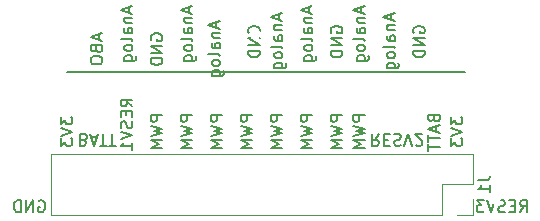
<source format=gbr>
%TF.GenerationSoftware,KiCad,Pcbnew,(6.0.5)*%
%TF.CreationDate,2024-03-24T23:16:05+02:00*%
%TF.ProjectId,SensingSubsystem,53656e73-696e-4675-9375-627379737465,rev?*%
%TF.SameCoordinates,Original*%
%TF.FileFunction,Legend,Bot*%
%TF.FilePolarity,Positive*%
%FSLAX46Y46*%
G04 Gerber Fmt 4.6, Leading zero omitted, Abs format (unit mm)*
G04 Created by KiCad (PCBNEW (6.0.5)) date 2024-03-24 23:16:05*
%MOMM*%
%LPD*%
G01*
G04 APERTURE LIST*
G04 Aperture macros list*
%AMRotRect*
0 Rectangle, with rotation*
0 The origin of the aperture is its center*
0 $1 length*
0 $2 width*
0 $3 Rotation angle, in degrees counterclockwise*
0 Add horizontal line*
21,1,$1,$2,0,0,$3*%
G04 Aperture macros list end*
%ADD10C,0.150000*%
%ADD11C,0.120000*%
%ADD12C,1.000000*%
%ADD13R,1.800000X1.800000*%
%ADD14C,1.800000*%
%ADD15R,1.050000X1.500000*%
%ADD16O,1.050000X1.500000*%
%ADD17RotRect,1.800000X1.800000X135.000000*%
%ADD18RotRect,1.800000X1.800000X225.000000*%
%ADD19R,1.700000X1.700000*%
%ADD20O,1.700000X1.700000*%
G04 APERTURE END LIST*
D10*
X162647380Y-128301904D02*
X162647380Y-128920952D01*
X163028333Y-128587619D01*
X163028333Y-128730476D01*
X163075952Y-128825714D01*
X163123571Y-128873333D01*
X163218809Y-128920952D01*
X163456904Y-128920952D01*
X163552142Y-128873333D01*
X163599761Y-128825714D01*
X163647380Y-128730476D01*
X163647380Y-128444761D01*
X163599761Y-128349523D01*
X163552142Y-128301904D01*
X162647380Y-129206666D02*
X163647380Y-129540000D01*
X162647380Y-129873333D01*
X162647380Y-130111428D02*
X162647380Y-130730476D01*
X163028333Y-130397142D01*
X163028333Y-130540000D01*
X163075952Y-130635238D01*
X163123571Y-130682857D01*
X163218809Y-130730476D01*
X163456904Y-130730476D01*
X163552142Y-130682857D01*
X163599761Y-130635238D01*
X163647380Y-130540000D01*
X163647380Y-130254285D01*
X163599761Y-130159047D01*
X163552142Y-130111428D01*
X129627380Y-128301904D02*
X129627380Y-128920952D01*
X130008333Y-128587619D01*
X130008333Y-128730476D01*
X130055952Y-128825714D01*
X130103571Y-128873333D01*
X130198809Y-128920952D01*
X130436904Y-128920952D01*
X130532142Y-128873333D01*
X130579761Y-128825714D01*
X130627380Y-128730476D01*
X130627380Y-128444761D01*
X130579761Y-128349523D01*
X130532142Y-128301904D01*
X129627380Y-129206666D02*
X130627380Y-129540000D01*
X129627380Y-129873333D01*
X129627380Y-130111428D02*
X129627380Y-130730476D01*
X130008333Y-130397142D01*
X130008333Y-130540000D01*
X130055952Y-130635238D01*
X130103571Y-130682857D01*
X130198809Y-130730476D01*
X130436904Y-130730476D01*
X130532142Y-130682857D01*
X130579761Y-130635238D01*
X130627380Y-130540000D01*
X130627380Y-130254285D01*
X130579761Y-130159047D01*
X130532142Y-130111428D01*
X138247380Y-128135238D02*
X137247380Y-128135238D01*
X137247380Y-128516190D01*
X137295000Y-128611428D01*
X137342619Y-128659047D01*
X137437857Y-128706666D01*
X137580714Y-128706666D01*
X137675952Y-128659047D01*
X137723571Y-128611428D01*
X137771190Y-128516190D01*
X137771190Y-128135238D01*
X137247380Y-129040000D02*
X138247380Y-129278095D01*
X137533095Y-129468571D01*
X138247380Y-129659047D01*
X137247380Y-129897142D01*
X138247380Y-130278095D02*
X137247380Y-130278095D01*
X137961666Y-130611428D01*
X137247380Y-130944761D01*
X138247380Y-130944761D01*
X145867380Y-128135238D02*
X144867380Y-128135238D01*
X144867380Y-128516190D01*
X144915000Y-128611428D01*
X144962619Y-128659047D01*
X145057857Y-128706666D01*
X145200714Y-128706666D01*
X145295952Y-128659047D01*
X145343571Y-128611428D01*
X145391190Y-128516190D01*
X145391190Y-128135238D01*
X144867380Y-129040000D02*
X145867380Y-129278095D01*
X145153095Y-129468571D01*
X145867380Y-129659047D01*
X144867380Y-129897142D01*
X145867380Y-130278095D02*
X144867380Y-130278095D01*
X145581666Y-130611428D01*
X144867380Y-130944761D01*
X145867380Y-130944761D01*
X153487380Y-128135238D02*
X152487380Y-128135238D01*
X152487380Y-128516190D01*
X152535000Y-128611428D01*
X152582619Y-128659047D01*
X152677857Y-128706666D01*
X152820714Y-128706666D01*
X152915952Y-128659047D01*
X152963571Y-128611428D01*
X153011190Y-128516190D01*
X153011190Y-128135238D01*
X152487380Y-129040000D02*
X153487380Y-129278095D01*
X152773095Y-129468571D01*
X153487380Y-129659047D01*
X152487380Y-129897142D01*
X153487380Y-130278095D02*
X152487380Y-130278095D01*
X153201666Y-130611428D01*
X152487380Y-130944761D01*
X153487380Y-130944761D01*
X155392380Y-128135238D02*
X154392380Y-128135238D01*
X154392380Y-128516190D01*
X154440000Y-128611428D01*
X154487619Y-128659047D01*
X154582857Y-128706666D01*
X154725714Y-128706666D01*
X154820952Y-128659047D01*
X154868571Y-128611428D01*
X154916190Y-128516190D01*
X154916190Y-128135238D01*
X154392380Y-129040000D02*
X155392380Y-129278095D01*
X154678095Y-129468571D01*
X155392380Y-129659047D01*
X154392380Y-129897142D01*
X155392380Y-130278095D02*
X154392380Y-130278095D01*
X155106666Y-130611428D01*
X154392380Y-130944761D01*
X155392380Y-130944761D01*
X150947380Y-128135238D02*
X149947380Y-128135238D01*
X149947380Y-128516190D01*
X149995000Y-128611428D01*
X150042619Y-128659047D01*
X150137857Y-128706666D01*
X150280714Y-128706666D01*
X150375952Y-128659047D01*
X150423571Y-128611428D01*
X150471190Y-128516190D01*
X150471190Y-128135238D01*
X149947380Y-129040000D02*
X150947380Y-129278095D01*
X150233095Y-129468571D01*
X150947380Y-129659047D01*
X149947380Y-129897142D01*
X150947380Y-130278095D02*
X149947380Y-130278095D01*
X150661666Y-130611428D01*
X149947380Y-130944761D01*
X150947380Y-130944761D01*
X148407380Y-128135238D02*
X147407380Y-128135238D01*
X147407380Y-128516190D01*
X147455000Y-128611428D01*
X147502619Y-128659047D01*
X147597857Y-128706666D01*
X147740714Y-128706666D01*
X147835952Y-128659047D01*
X147883571Y-128611428D01*
X147931190Y-128516190D01*
X147931190Y-128135238D01*
X147407380Y-129040000D02*
X148407380Y-129278095D01*
X147693095Y-129468571D01*
X148407380Y-129659047D01*
X147407380Y-129897142D01*
X148407380Y-130278095D02*
X147407380Y-130278095D01*
X148121666Y-130611428D01*
X147407380Y-130944761D01*
X148407380Y-130944761D01*
X143327380Y-128135238D02*
X142327380Y-128135238D01*
X142327380Y-128516190D01*
X142375000Y-128611428D01*
X142422619Y-128659047D01*
X142517857Y-128706666D01*
X142660714Y-128706666D01*
X142755952Y-128659047D01*
X142803571Y-128611428D01*
X142851190Y-128516190D01*
X142851190Y-128135238D01*
X142327380Y-129040000D02*
X143327380Y-129278095D01*
X142613095Y-129468571D01*
X143327380Y-129659047D01*
X142327380Y-129897142D01*
X143327380Y-130278095D02*
X142327380Y-130278095D01*
X143041666Y-130611428D01*
X142327380Y-130944761D01*
X143327380Y-130944761D01*
X140787380Y-128135238D02*
X139787380Y-128135238D01*
X139787380Y-128516190D01*
X139835000Y-128611428D01*
X139882619Y-128659047D01*
X139977857Y-128706666D01*
X140120714Y-128706666D01*
X140215952Y-128659047D01*
X140263571Y-128611428D01*
X140311190Y-128516190D01*
X140311190Y-128135238D01*
X139787380Y-129040000D02*
X140787380Y-129278095D01*
X140073095Y-129468571D01*
X140787380Y-129659047D01*
X139787380Y-129897142D01*
X140787380Y-130278095D02*
X139787380Y-130278095D01*
X140501666Y-130611428D01*
X139787380Y-130944761D01*
X140787380Y-130944761D01*
X135421666Y-118975476D02*
X135421666Y-119451666D01*
X135707380Y-118880238D02*
X134707380Y-119213571D01*
X135707380Y-119546904D01*
X135040714Y-119880238D02*
X135707380Y-119880238D01*
X135135952Y-119880238D02*
X135088333Y-119927857D01*
X135040714Y-120023095D01*
X135040714Y-120165952D01*
X135088333Y-120261190D01*
X135183571Y-120308809D01*
X135707380Y-120308809D01*
X135707380Y-121213571D02*
X135183571Y-121213571D01*
X135088333Y-121165952D01*
X135040714Y-121070714D01*
X135040714Y-120880238D01*
X135088333Y-120785000D01*
X135659761Y-121213571D02*
X135707380Y-121118333D01*
X135707380Y-120880238D01*
X135659761Y-120785000D01*
X135564523Y-120737380D01*
X135469285Y-120737380D01*
X135374047Y-120785000D01*
X135326428Y-120880238D01*
X135326428Y-121118333D01*
X135278809Y-121213571D01*
X135707380Y-121832619D02*
X135659761Y-121737380D01*
X135564523Y-121689761D01*
X134707380Y-121689761D01*
X135707380Y-122356428D02*
X135659761Y-122261190D01*
X135612142Y-122213571D01*
X135516904Y-122165952D01*
X135231190Y-122165952D01*
X135135952Y-122213571D01*
X135088333Y-122261190D01*
X135040714Y-122356428D01*
X135040714Y-122499285D01*
X135088333Y-122594523D01*
X135135952Y-122642142D01*
X135231190Y-122689761D01*
X135516904Y-122689761D01*
X135612142Y-122642142D01*
X135659761Y-122594523D01*
X135707380Y-122499285D01*
X135707380Y-122356428D01*
X135040714Y-123546904D02*
X135850238Y-123546904D01*
X135945476Y-123499285D01*
X135993095Y-123451666D01*
X136040714Y-123356428D01*
X136040714Y-123213571D01*
X135993095Y-123118333D01*
X135659761Y-123546904D02*
X135707380Y-123451666D01*
X135707380Y-123261190D01*
X135659761Y-123165952D01*
X135612142Y-123118333D01*
X135516904Y-123070714D01*
X135231190Y-123070714D01*
X135135952Y-123118333D01*
X135088333Y-123165952D01*
X135040714Y-123261190D01*
X135040714Y-123451666D01*
X135088333Y-123546904D01*
X140501666Y-118975476D02*
X140501666Y-119451666D01*
X140787380Y-118880238D02*
X139787380Y-119213571D01*
X140787380Y-119546904D01*
X140120714Y-119880238D02*
X140787380Y-119880238D01*
X140215952Y-119880238D02*
X140168333Y-119927857D01*
X140120714Y-120023095D01*
X140120714Y-120165952D01*
X140168333Y-120261190D01*
X140263571Y-120308809D01*
X140787380Y-120308809D01*
X140787380Y-121213571D02*
X140263571Y-121213571D01*
X140168333Y-121165952D01*
X140120714Y-121070714D01*
X140120714Y-120880238D01*
X140168333Y-120785000D01*
X140739761Y-121213571D02*
X140787380Y-121118333D01*
X140787380Y-120880238D01*
X140739761Y-120785000D01*
X140644523Y-120737380D01*
X140549285Y-120737380D01*
X140454047Y-120785000D01*
X140406428Y-120880238D01*
X140406428Y-121118333D01*
X140358809Y-121213571D01*
X140787380Y-121832619D02*
X140739761Y-121737380D01*
X140644523Y-121689761D01*
X139787380Y-121689761D01*
X140787380Y-122356428D02*
X140739761Y-122261190D01*
X140692142Y-122213571D01*
X140596904Y-122165952D01*
X140311190Y-122165952D01*
X140215952Y-122213571D01*
X140168333Y-122261190D01*
X140120714Y-122356428D01*
X140120714Y-122499285D01*
X140168333Y-122594523D01*
X140215952Y-122642142D01*
X140311190Y-122689761D01*
X140596904Y-122689761D01*
X140692142Y-122642142D01*
X140739761Y-122594523D01*
X140787380Y-122499285D01*
X140787380Y-122356428D01*
X140120714Y-123546904D02*
X140930238Y-123546904D01*
X141025476Y-123499285D01*
X141073095Y-123451666D01*
X141120714Y-123356428D01*
X141120714Y-123213571D01*
X141073095Y-123118333D01*
X140739761Y-123546904D02*
X140787380Y-123451666D01*
X140787380Y-123261190D01*
X140739761Y-123165952D01*
X140692142Y-123118333D01*
X140596904Y-123070714D01*
X140311190Y-123070714D01*
X140215952Y-123118333D01*
X140168333Y-123165952D01*
X140120714Y-123261190D01*
X140120714Y-123451666D01*
X140168333Y-123546904D01*
X137295000Y-121793095D02*
X137247380Y-121697857D01*
X137247380Y-121555000D01*
X137295000Y-121412142D01*
X137390238Y-121316904D01*
X137485476Y-121269285D01*
X137675952Y-121221666D01*
X137818809Y-121221666D01*
X138009285Y-121269285D01*
X138104523Y-121316904D01*
X138199761Y-121412142D01*
X138247380Y-121555000D01*
X138247380Y-121650238D01*
X138199761Y-121793095D01*
X138152142Y-121840714D01*
X137818809Y-121840714D01*
X137818809Y-121650238D01*
X138247380Y-122269285D02*
X137247380Y-122269285D01*
X138247380Y-122840714D01*
X137247380Y-122840714D01*
X138247380Y-123316904D02*
X137247380Y-123316904D01*
X137247380Y-123555000D01*
X137295000Y-123697857D01*
X137390238Y-123793095D01*
X137485476Y-123840714D01*
X137675952Y-123888333D01*
X137818809Y-123888333D01*
X138009285Y-123840714D01*
X138104523Y-123793095D01*
X138199761Y-123697857D01*
X138247380Y-123555000D01*
X138247380Y-123316904D01*
X145550000Y-121158095D02*
X145502380Y-121062857D01*
X145502380Y-120920000D01*
X145550000Y-120777142D01*
X145645238Y-120681904D01*
X145740476Y-120634285D01*
X145930952Y-120586666D01*
X146073809Y-120586666D01*
X146264285Y-120634285D01*
X146359523Y-120681904D01*
X146454761Y-120777142D01*
X146502380Y-120920000D01*
X146502380Y-121015238D01*
X146454761Y-121158095D01*
X146407142Y-121205714D01*
X146073809Y-121205714D01*
X146073809Y-121015238D01*
X146502380Y-121634285D02*
X145502380Y-121634285D01*
X146502380Y-122205714D01*
X145502380Y-122205714D01*
X146502380Y-122681904D02*
X145502380Y-122681904D01*
X145502380Y-122920000D01*
X145550000Y-123062857D01*
X145645238Y-123158095D01*
X145740476Y-123205714D01*
X145930952Y-123253333D01*
X146073809Y-123253333D01*
X146264285Y-123205714D01*
X146359523Y-123158095D01*
X146454761Y-123062857D01*
X146502380Y-122920000D01*
X146502380Y-122681904D01*
X152535000Y-121158095D02*
X152487380Y-121062857D01*
X152487380Y-120920000D01*
X152535000Y-120777142D01*
X152630238Y-120681904D01*
X152725476Y-120634285D01*
X152915952Y-120586666D01*
X153058809Y-120586666D01*
X153249285Y-120634285D01*
X153344523Y-120681904D01*
X153439761Y-120777142D01*
X153487380Y-120920000D01*
X153487380Y-121015238D01*
X153439761Y-121158095D01*
X153392142Y-121205714D01*
X153058809Y-121205714D01*
X153058809Y-121015238D01*
X153487380Y-121634285D02*
X152487380Y-121634285D01*
X153487380Y-122205714D01*
X152487380Y-122205714D01*
X153487380Y-122681904D02*
X152487380Y-122681904D01*
X152487380Y-122920000D01*
X152535000Y-123062857D01*
X152630238Y-123158095D01*
X152725476Y-123205714D01*
X152915952Y-123253333D01*
X153058809Y-123253333D01*
X153249285Y-123205714D01*
X153344523Y-123158095D01*
X153439761Y-123062857D01*
X153487380Y-122920000D01*
X153487380Y-122681904D01*
X159520000Y-121158095D02*
X159472380Y-121062857D01*
X159472380Y-120920000D01*
X159520000Y-120777142D01*
X159615238Y-120681904D01*
X159710476Y-120634285D01*
X159900952Y-120586666D01*
X160043809Y-120586666D01*
X160234285Y-120634285D01*
X160329523Y-120681904D01*
X160424761Y-120777142D01*
X160472380Y-120920000D01*
X160472380Y-121015238D01*
X160424761Y-121158095D01*
X160377142Y-121205714D01*
X160043809Y-121205714D01*
X160043809Y-121015238D01*
X160472380Y-121634285D02*
X159472380Y-121634285D01*
X160472380Y-122205714D01*
X159472380Y-122205714D01*
X160472380Y-122681904D02*
X159472380Y-122681904D01*
X159472380Y-122920000D01*
X159520000Y-123062857D01*
X159615238Y-123158095D01*
X159710476Y-123205714D01*
X159900952Y-123253333D01*
X160043809Y-123253333D01*
X160234285Y-123205714D01*
X160329523Y-123158095D01*
X160424761Y-123062857D01*
X160472380Y-122920000D01*
X160472380Y-122681904D01*
X157646666Y-119610476D02*
X157646666Y-120086666D01*
X157932380Y-119515238D02*
X156932380Y-119848571D01*
X157932380Y-120181904D01*
X157265714Y-120515238D02*
X157932380Y-120515238D01*
X157360952Y-120515238D02*
X157313333Y-120562857D01*
X157265714Y-120658095D01*
X157265714Y-120800952D01*
X157313333Y-120896190D01*
X157408571Y-120943809D01*
X157932380Y-120943809D01*
X157932380Y-121848571D02*
X157408571Y-121848571D01*
X157313333Y-121800952D01*
X157265714Y-121705714D01*
X157265714Y-121515238D01*
X157313333Y-121420000D01*
X157884761Y-121848571D02*
X157932380Y-121753333D01*
X157932380Y-121515238D01*
X157884761Y-121420000D01*
X157789523Y-121372380D01*
X157694285Y-121372380D01*
X157599047Y-121420000D01*
X157551428Y-121515238D01*
X157551428Y-121753333D01*
X157503809Y-121848571D01*
X157932380Y-122467619D02*
X157884761Y-122372380D01*
X157789523Y-122324761D01*
X156932380Y-122324761D01*
X157932380Y-122991428D02*
X157884761Y-122896190D01*
X157837142Y-122848571D01*
X157741904Y-122800952D01*
X157456190Y-122800952D01*
X157360952Y-122848571D01*
X157313333Y-122896190D01*
X157265714Y-122991428D01*
X157265714Y-123134285D01*
X157313333Y-123229523D01*
X157360952Y-123277142D01*
X157456190Y-123324761D01*
X157741904Y-123324761D01*
X157837142Y-123277142D01*
X157884761Y-123229523D01*
X157932380Y-123134285D01*
X157932380Y-122991428D01*
X157265714Y-124181904D02*
X158075238Y-124181904D01*
X158170476Y-124134285D01*
X158218095Y-124086666D01*
X158265714Y-123991428D01*
X158265714Y-123848571D01*
X158218095Y-123753333D01*
X157884761Y-124181904D02*
X157932380Y-124086666D01*
X157932380Y-123896190D01*
X157884761Y-123800952D01*
X157837142Y-123753333D01*
X157741904Y-123705714D01*
X157456190Y-123705714D01*
X157360952Y-123753333D01*
X157313333Y-123800952D01*
X157265714Y-123896190D01*
X157265714Y-124086666D01*
X157313333Y-124181904D01*
X132881666Y-121293095D02*
X132881666Y-121769285D01*
X133167380Y-121197857D02*
X132167380Y-121531190D01*
X133167380Y-121864523D01*
X132643571Y-122531190D02*
X132691190Y-122674047D01*
X132738809Y-122721666D01*
X132834047Y-122769285D01*
X132976904Y-122769285D01*
X133072142Y-122721666D01*
X133119761Y-122674047D01*
X133167380Y-122578809D01*
X133167380Y-122197857D01*
X132167380Y-122197857D01*
X132167380Y-122531190D01*
X132215000Y-122626428D01*
X132262619Y-122674047D01*
X132357857Y-122721666D01*
X132453095Y-122721666D01*
X132548333Y-122674047D01*
X132595952Y-122626428D01*
X132643571Y-122531190D01*
X132643571Y-122197857D01*
X132167380Y-123388333D02*
X132167380Y-123578809D01*
X132215000Y-123674047D01*
X132310238Y-123769285D01*
X132500714Y-123816904D01*
X132834047Y-123816904D01*
X133024523Y-123769285D01*
X133119761Y-123674047D01*
X133167380Y-123578809D01*
X133167380Y-123388333D01*
X133119761Y-123293095D01*
X133024523Y-123197857D01*
X132834047Y-123150238D01*
X132500714Y-123150238D01*
X132310238Y-123197857D01*
X132215000Y-123293095D01*
X132167380Y-123388333D01*
X130175000Y-124460000D02*
X163830000Y-124460000D01*
X156591190Y-129722619D02*
X156257857Y-130198809D01*
X156019761Y-129722619D02*
X156019761Y-130722619D01*
X156400714Y-130722619D01*
X156495952Y-130675000D01*
X156543571Y-130627380D01*
X156591190Y-130532142D01*
X156591190Y-130389285D01*
X156543571Y-130294047D01*
X156495952Y-130246428D01*
X156400714Y-130198809D01*
X156019761Y-130198809D01*
X157019761Y-130246428D02*
X157353095Y-130246428D01*
X157495952Y-129722619D02*
X157019761Y-129722619D01*
X157019761Y-130722619D01*
X157495952Y-130722619D01*
X157876904Y-129770238D02*
X158019761Y-129722619D01*
X158257857Y-129722619D01*
X158353095Y-129770238D01*
X158400714Y-129817857D01*
X158448333Y-129913095D01*
X158448333Y-130008333D01*
X158400714Y-130103571D01*
X158353095Y-130151190D01*
X158257857Y-130198809D01*
X158067380Y-130246428D01*
X157972142Y-130294047D01*
X157924523Y-130341666D01*
X157876904Y-130436904D01*
X157876904Y-130532142D01*
X157924523Y-130627380D01*
X157972142Y-130675000D01*
X158067380Y-130722619D01*
X158305476Y-130722619D01*
X158448333Y-130675000D01*
X158734047Y-130722619D02*
X159067380Y-129722619D01*
X159400714Y-130722619D01*
X159686428Y-130627380D02*
X159734047Y-130675000D01*
X159829285Y-130722619D01*
X160067380Y-130722619D01*
X160162619Y-130675000D01*
X160210238Y-130627380D01*
X160257857Y-130532142D01*
X160257857Y-130436904D01*
X160210238Y-130294047D01*
X159638809Y-129722619D01*
X160257857Y-129722619D01*
X155106666Y-118975476D02*
X155106666Y-119451666D01*
X155392380Y-118880238D02*
X154392380Y-119213571D01*
X155392380Y-119546904D01*
X154725714Y-119880238D02*
X155392380Y-119880238D01*
X154820952Y-119880238D02*
X154773333Y-119927857D01*
X154725714Y-120023095D01*
X154725714Y-120165952D01*
X154773333Y-120261190D01*
X154868571Y-120308809D01*
X155392380Y-120308809D01*
X155392380Y-121213571D02*
X154868571Y-121213571D01*
X154773333Y-121165952D01*
X154725714Y-121070714D01*
X154725714Y-120880238D01*
X154773333Y-120785000D01*
X155344761Y-121213571D02*
X155392380Y-121118333D01*
X155392380Y-120880238D01*
X155344761Y-120785000D01*
X155249523Y-120737380D01*
X155154285Y-120737380D01*
X155059047Y-120785000D01*
X155011428Y-120880238D01*
X155011428Y-121118333D01*
X154963809Y-121213571D01*
X155392380Y-121832619D02*
X155344761Y-121737380D01*
X155249523Y-121689761D01*
X154392380Y-121689761D01*
X155392380Y-122356428D02*
X155344761Y-122261190D01*
X155297142Y-122213571D01*
X155201904Y-122165952D01*
X154916190Y-122165952D01*
X154820952Y-122213571D01*
X154773333Y-122261190D01*
X154725714Y-122356428D01*
X154725714Y-122499285D01*
X154773333Y-122594523D01*
X154820952Y-122642142D01*
X154916190Y-122689761D01*
X155201904Y-122689761D01*
X155297142Y-122642142D01*
X155344761Y-122594523D01*
X155392380Y-122499285D01*
X155392380Y-122356428D01*
X154725714Y-123546904D02*
X155535238Y-123546904D01*
X155630476Y-123499285D01*
X155678095Y-123451666D01*
X155725714Y-123356428D01*
X155725714Y-123213571D01*
X155678095Y-123118333D01*
X155344761Y-123546904D02*
X155392380Y-123451666D01*
X155392380Y-123261190D01*
X155344761Y-123165952D01*
X155297142Y-123118333D01*
X155201904Y-123070714D01*
X154916190Y-123070714D01*
X154820952Y-123118333D01*
X154773333Y-123165952D01*
X154725714Y-123261190D01*
X154725714Y-123451666D01*
X154773333Y-123546904D01*
X150661666Y-118975476D02*
X150661666Y-119451666D01*
X150947380Y-118880238D02*
X149947380Y-119213571D01*
X150947380Y-119546904D01*
X150280714Y-119880238D02*
X150947380Y-119880238D01*
X150375952Y-119880238D02*
X150328333Y-119927857D01*
X150280714Y-120023095D01*
X150280714Y-120165952D01*
X150328333Y-120261190D01*
X150423571Y-120308809D01*
X150947380Y-120308809D01*
X150947380Y-121213571D02*
X150423571Y-121213571D01*
X150328333Y-121165952D01*
X150280714Y-121070714D01*
X150280714Y-120880238D01*
X150328333Y-120785000D01*
X150899761Y-121213571D02*
X150947380Y-121118333D01*
X150947380Y-120880238D01*
X150899761Y-120785000D01*
X150804523Y-120737380D01*
X150709285Y-120737380D01*
X150614047Y-120785000D01*
X150566428Y-120880238D01*
X150566428Y-121118333D01*
X150518809Y-121213571D01*
X150947380Y-121832619D02*
X150899761Y-121737380D01*
X150804523Y-121689761D01*
X149947380Y-121689761D01*
X150947380Y-122356428D02*
X150899761Y-122261190D01*
X150852142Y-122213571D01*
X150756904Y-122165952D01*
X150471190Y-122165952D01*
X150375952Y-122213571D01*
X150328333Y-122261190D01*
X150280714Y-122356428D01*
X150280714Y-122499285D01*
X150328333Y-122594523D01*
X150375952Y-122642142D01*
X150471190Y-122689761D01*
X150756904Y-122689761D01*
X150852142Y-122642142D01*
X150899761Y-122594523D01*
X150947380Y-122499285D01*
X150947380Y-122356428D01*
X150280714Y-123546904D02*
X151090238Y-123546904D01*
X151185476Y-123499285D01*
X151233095Y-123451666D01*
X151280714Y-123356428D01*
X151280714Y-123213571D01*
X151233095Y-123118333D01*
X150899761Y-123546904D02*
X150947380Y-123451666D01*
X150947380Y-123261190D01*
X150899761Y-123165952D01*
X150852142Y-123118333D01*
X150756904Y-123070714D01*
X150471190Y-123070714D01*
X150375952Y-123118333D01*
X150328333Y-123165952D01*
X150280714Y-123261190D01*
X150280714Y-123451666D01*
X150328333Y-123546904D01*
X148121666Y-119610476D02*
X148121666Y-120086666D01*
X148407380Y-119515238D02*
X147407380Y-119848571D01*
X148407380Y-120181904D01*
X147740714Y-120515238D02*
X148407380Y-120515238D01*
X147835952Y-120515238D02*
X147788333Y-120562857D01*
X147740714Y-120658095D01*
X147740714Y-120800952D01*
X147788333Y-120896190D01*
X147883571Y-120943809D01*
X148407380Y-120943809D01*
X148407380Y-121848571D02*
X147883571Y-121848571D01*
X147788333Y-121800952D01*
X147740714Y-121705714D01*
X147740714Y-121515238D01*
X147788333Y-121420000D01*
X148359761Y-121848571D02*
X148407380Y-121753333D01*
X148407380Y-121515238D01*
X148359761Y-121420000D01*
X148264523Y-121372380D01*
X148169285Y-121372380D01*
X148074047Y-121420000D01*
X148026428Y-121515238D01*
X148026428Y-121753333D01*
X147978809Y-121848571D01*
X148407380Y-122467619D02*
X148359761Y-122372380D01*
X148264523Y-122324761D01*
X147407380Y-122324761D01*
X148407380Y-122991428D02*
X148359761Y-122896190D01*
X148312142Y-122848571D01*
X148216904Y-122800952D01*
X147931190Y-122800952D01*
X147835952Y-122848571D01*
X147788333Y-122896190D01*
X147740714Y-122991428D01*
X147740714Y-123134285D01*
X147788333Y-123229523D01*
X147835952Y-123277142D01*
X147931190Y-123324761D01*
X148216904Y-123324761D01*
X148312142Y-123277142D01*
X148359761Y-123229523D01*
X148407380Y-123134285D01*
X148407380Y-122991428D01*
X147740714Y-124181904D02*
X148550238Y-124181904D01*
X148645476Y-124134285D01*
X148693095Y-124086666D01*
X148740714Y-123991428D01*
X148740714Y-123848571D01*
X148693095Y-123753333D01*
X148359761Y-124181904D02*
X148407380Y-124086666D01*
X148407380Y-123896190D01*
X148359761Y-123800952D01*
X148312142Y-123753333D01*
X148216904Y-123705714D01*
X147931190Y-123705714D01*
X147835952Y-123753333D01*
X147788333Y-123800952D01*
X147740714Y-123896190D01*
X147740714Y-124086666D01*
X147788333Y-124181904D01*
X142831677Y-120245476D02*
X142831677Y-120721666D01*
X143117391Y-120150238D02*
X142117391Y-120483571D01*
X143117391Y-120816904D01*
X142450725Y-121150238D02*
X143117391Y-121150238D01*
X142545963Y-121150238D02*
X142498344Y-121197857D01*
X142450725Y-121293095D01*
X142450725Y-121435952D01*
X142498344Y-121531190D01*
X142593582Y-121578809D01*
X143117391Y-121578809D01*
X143117391Y-122483571D02*
X142593582Y-122483571D01*
X142498344Y-122435952D01*
X142450725Y-122340714D01*
X142450725Y-122150238D01*
X142498344Y-122055000D01*
X143069772Y-122483571D02*
X143117391Y-122388333D01*
X143117391Y-122150238D01*
X143069772Y-122055000D01*
X142974534Y-122007380D01*
X142879296Y-122007380D01*
X142784058Y-122055000D01*
X142736439Y-122150238D01*
X142736439Y-122388333D01*
X142688820Y-122483571D01*
X143117391Y-123102619D02*
X143069772Y-123007380D01*
X142974534Y-122959761D01*
X142117391Y-122959761D01*
X143117391Y-123626428D02*
X143069772Y-123531190D01*
X143022153Y-123483571D01*
X142926915Y-123435952D01*
X142641201Y-123435952D01*
X142545963Y-123483571D01*
X142498344Y-123531190D01*
X142450725Y-123626428D01*
X142450725Y-123769285D01*
X142498344Y-123864523D01*
X142545963Y-123912142D01*
X142641201Y-123959761D01*
X142926915Y-123959761D01*
X143022153Y-123912142D01*
X143069772Y-123864523D01*
X143117391Y-123769285D01*
X143117391Y-123626428D01*
X142450725Y-124816904D02*
X143260249Y-124816904D01*
X143355487Y-124769285D01*
X143403106Y-124721666D01*
X143450725Y-124626428D01*
X143450725Y-124483571D01*
X143403106Y-124388333D01*
X143069772Y-124816904D02*
X143117391Y-124721666D01*
X143117391Y-124531190D01*
X143069772Y-124435952D01*
X143022153Y-124388333D01*
X142926915Y-124340714D01*
X142641201Y-124340714D01*
X142545963Y-124388333D01*
X142498344Y-124435952D01*
X142450725Y-124531190D01*
X142450725Y-124721666D01*
X142498344Y-124816904D01*
X135707380Y-127381190D02*
X135231190Y-127047857D01*
X135707380Y-126809761D02*
X134707380Y-126809761D01*
X134707380Y-127190714D01*
X134755000Y-127285952D01*
X134802619Y-127333571D01*
X134897857Y-127381190D01*
X135040714Y-127381190D01*
X135135952Y-127333571D01*
X135183571Y-127285952D01*
X135231190Y-127190714D01*
X135231190Y-126809761D01*
X135183571Y-127809761D02*
X135183571Y-128143095D01*
X135707380Y-128285952D02*
X135707380Y-127809761D01*
X134707380Y-127809761D01*
X134707380Y-128285952D01*
X135659761Y-128666904D02*
X135707380Y-128809761D01*
X135707380Y-129047857D01*
X135659761Y-129143095D01*
X135612142Y-129190714D01*
X135516904Y-129238333D01*
X135421666Y-129238333D01*
X135326428Y-129190714D01*
X135278809Y-129143095D01*
X135231190Y-129047857D01*
X135183571Y-128857380D01*
X135135952Y-128762142D01*
X135088333Y-128714523D01*
X134993095Y-128666904D01*
X134897857Y-128666904D01*
X134802619Y-128714523D01*
X134755000Y-128762142D01*
X134707380Y-128857380D01*
X134707380Y-129095476D01*
X134755000Y-129238333D01*
X134707380Y-129524047D02*
X135707380Y-129857380D01*
X134707380Y-130190714D01*
X135707380Y-131047857D02*
X135707380Y-130476428D01*
X135707380Y-130762142D02*
X134707380Y-130762142D01*
X134850238Y-130666904D01*
X134945476Y-130571666D01*
X134993095Y-130476428D01*
X131595952Y-130246428D02*
X131738809Y-130198809D01*
X131786428Y-130151190D01*
X131834047Y-130055952D01*
X131834047Y-129913095D01*
X131786428Y-129817857D01*
X131738809Y-129770238D01*
X131643571Y-129722619D01*
X131262619Y-129722619D01*
X131262619Y-130722619D01*
X131595952Y-130722619D01*
X131691190Y-130675000D01*
X131738809Y-130627380D01*
X131786428Y-130532142D01*
X131786428Y-130436904D01*
X131738809Y-130341666D01*
X131691190Y-130294047D01*
X131595952Y-130246428D01*
X131262619Y-130246428D01*
X132215000Y-130008333D02*
X132691190Y-130008333D01*
X132119761Y-129722619D02*
X132453095Y-130722619D01*
X132786428Y-129722619D01*
X132976904Y-130722619D02*
X133548333Y-130722619D01*
X133262619Y-129722619D02*
X133262619Y-130722619D01*
X133738809Y-130722619D02*
X134310238Y-130722619D01*
X134024523Y-129722619D02*
X134024523Y-130722619D01*
X161218571Y-128420952D02*
X161266190Y-128563809D01*
X161313809Y-128611428D01*
X161409047Y-128659047D01*
X161551904Y-128659047D01*
X161647142Y-128611428D01*
X161694761Y-128563809D01*
X161742380Y-128468571D01*
X161742380Y-128087619D01*
X160742380Y-128087619D01*
X160742380Y-128420952D01*
X160790000Y-128516190D01*
X160837619Y-128563809D01*
X160932857Y-128611428D01*
X161028095Y-128611428D01*
X161123333Y-128563809D01*
X161170952Y-128516190D01*
X161218571Y-128420952D01*
X161218571Y-128087619D01*
X161456666Y-129040000D02*
X161456666Y-129516190D01*
X161742380Y-128944761D02*
X160742380Y-129278095D01*
X161742380Y-129611428D01*
X160742380Y-129801904D02*
X160742380Y-130373333D01*
X161742380Y-130087619D02*
X160742380Y-130087619D01*
X160742380Y-130563809D02*
X160742380Y-131135238D01*
X161742380Y-130849523D02*
X160742380Y-130849523D01*
X168528809Y-136342380D02*
X168862142Y-135866190D01*
X169100238Y-136342380D02*
X169100238Y-135342380D01*
X168719285Y-135342380D01*
X168624047Y-135390000D01*
X168576428Y-135437619D01*
X168528809Y-135532857D01*
X168528809Y-135675714D01*
X168576428Y-135770952D01*
X168624047Y-135818571D01*
X168719285Y-135866190D01*
X169100238Y-135866190D01*
X168100238Y-135818571D02*
X167766904Y-135818571D01*
X167624047Y-136342380D02*
X168100238Y-136342380D01*
X168100238Y-135342380D01*
X167624047Y-135342380D01*
X167243095Y-136294761D02*
X167100238Y-136342380D01*
X166862142Y-136342380D01*
X166766904Y-136294761D01*
X166719285Y-136247142D01*
X166671666Y-136151904D01*
X166671666Y-136056666D01*
X166719285Y-135961428D01*
X166766904Y-135913809D01*
X166862142Y-135866190D01*
X167052619Y-135818571D01*
X167147857Y-135770952D01*
X167195476Y-135723333D01*
X167243095Y-135628095D01*
X167243095Y-135532857D01*
X167195476Y-135437619D01*
X167147857Y-135390000D01*
X167052619Y-135342380D01*
X166814523Y-135342380D01*
X166671666Y-135390000D01*
X166385952Y-135342380D02*
X166052619Y-136342380D01*
X165719285Y-135342380D01*
X165481190Y-135342380D02*
X164862142Y-135342380D01*
X165195476Y-135723333D01*
X165052619Y-135723333D01*
X164957380Y-135770952D01*
X164909761Y-135818571D01*
X164862142Y-135913809D01*
X164862142Y-136151904D01*
X164909761Y-136247142D01*
X164957380Y-136294761D01*
X165052619Y-136342380D01*
X165338333Y-136342380D01*
X165433571Y-136294761D01*
X165481190Y-136247142D01*
X127761904Y-135390000D02*
X127857142Y-135342380D01*
X128000000Y-135342380D01*
X128142857Y-135390000D01*
X128238095Y-135485238D01*
X128285714Y-135580476D01*
X128333333Y-135770952D01*
X128333333Y-135913809D01*
X128285714Y-136104285D01*
X128238095Y-136199523D01*
X128142857Y-136294761D01*
X128000000Y-136342380D01*
X127904761Y-136342380D01*
X127761904Y-136294761D01*
X127714285Y-136247142D01*
X127714285Y-135913809D01*
X127904761Y-135913809D01*
X127285714Y-136342380D02*
X127285714Y-135342380D01*
X126714285Y-136342380D01*
X126714285Y-135342380D01*
X126238095Y-136342380D02*
X126238095Y-135342380D01*
X126000000Y-135342380D01*
X125857142Y-135390000D01*
X125761904Y-135485238D01*
X125714285Y-135580476D01*
X125666666Y-135770952D01*
X125666666Y-135913809D01*
X125714285Y-136104285D01*
X125761904Y-136199523D01*
X125857142Y-136294761D01*
X126000000Y-136342380D01*
X126238095Y-136342380D01*
%TO.C,J1*%
X164967380Y-133656666D02*
X165681666Y-133656666D01*
X165824523Y-133609047D01*
X165919761Y-133513809D01*
X165967380Y-133370952D01*
X165967380Y-133275714D01*
X165967380Y-134656666D02*
X165967380Y-134085238D01*
X165967380Y-134370952D02*
X164967380Y-134370952D01*
X165110238Y-134275714D01*
X165205476Y-134180476D01*
X165253095Y-134085238D01*
D11*
X161915000Y-136590000D02*
X128835000Y-136590000D01*
X161915000Y-136590000D02*
X161915000Y-133990000D01*
X161915000Y-133990000D02*
X164515000Y-133990000D01*
X164515000Y-136590000D02*
X164515000Y-135260000D01*
X128835000Y-136590000D02*
X128835000Y-131390000D01*
X164515000Y-131390000D02*
X128835000Y-131390000D01*
X164515000Y-133990000D02*
X164515000Y-131390000D01*
X163185000Y-136590000D02*
X164515000Y-136590000D01*
%TD*%
%LPC*%
D12*
%TO.C,TP8*%
X122555000Y-133985000D03*
%TD*%
%TO.C,TP7*%
X166370000Y-135255000D03*
%TD*%
%TO.C,TP6*%
X156210000Y-123825000D03*
%TD*%
%TO.C,TP5*%
X141605000Y-125730000D03*
%TD*%
%TO.C,TP4*%
X168910000Y-131445000D03*
%TD*%
%TO.C,TP3*%
X156210000Y-120015000D03*
%TD*%
%TO.C,TP2*%
X126365000Y-132080000D03*
%TD*%
%TO.C,TP1*%
X146050000Y-121285000D03*
%TD*%
D13*
%TO.C,D2*%
X145420000Y-118775000D03*
D14*
X142880000Y-118775000D03*
%TD*%
D15*
%TO.C,Q4*%
X131445000Y-127995000D03*
D16*
X132715000Y-127995000D03*
X133985000Y-127995000D03*
%TD*%
D15*
%TO.C,Q6*%
X160020000Y-128270000D03*
D16*
X158750000Y-128270000D03*
X157480000Y-128270000D03*
%TD*%
D17*
%TO.C,Q3*%
X172876307Y-127976460D03*
D14*
X171080256Y-126180409D03*
%TD*%
D17*
%TO.C,D3*%
X167640000Y-125095000D03*
D14*
X165843949Y-123298949D03*
%TD*%
D15*
%TO.C,Q5*%
X148590000Y-125370000D03*
D16*
X147320000Y-125370000D03*
X146050000Y-125370000D03*
%TD*%
D13*
%TO.C,Q2*%
X151745000Y-118395000D03*
D14*
X149205000Y-118395000D03*
%TD*%
D18*
%TO.C,Q1*%
X120991460Y-126208693D03*
D14*
X119195409Y-128004744D03*
%TD*%
D18*
%TO.C,D1*%
X126620864Y-123547742D03*
D14*
X124824813Y-125343793D03*
%TD*%
D19*
%TO.C,J1*%
X163185000Y-135260000D03*
D20*
X163185000Y-132720000D03*
X160645000Y-135260000D03*
X160645000Y-132720000D03*
X158105000Y-135260000D03*
X158105000Y-132720000D03*
X155565000Y-135260000D03*
X155565000Y-132720000D03*
X153025000Y-135260000D03*
X153025000Y-132720000D03*
X150485000Y-135260000D03*
X150485000Y-132720000D03*
X147945000Y-135260000D03*
X147945000Y-132720000D03*
X145405000Y-135260000D03*
X145405000Y-132720000D03*
X142865000Y-135260000D03*
X142865000Y-132720000D03*
X140325000Y-135260000D03*
X140325000Y-132720000D03*
X137785000Y-135260000D03*
X137785000Y-132720000D03*
X135245000Y-135260000D03*
X135245000Y-132720000D03*
X132705000Y-135260000D03*
X132705000Y-132720000D03*
X130165000Y-135260000D03*
X130165000Y-132720000D03*
%TD*%
M02*

</source>
